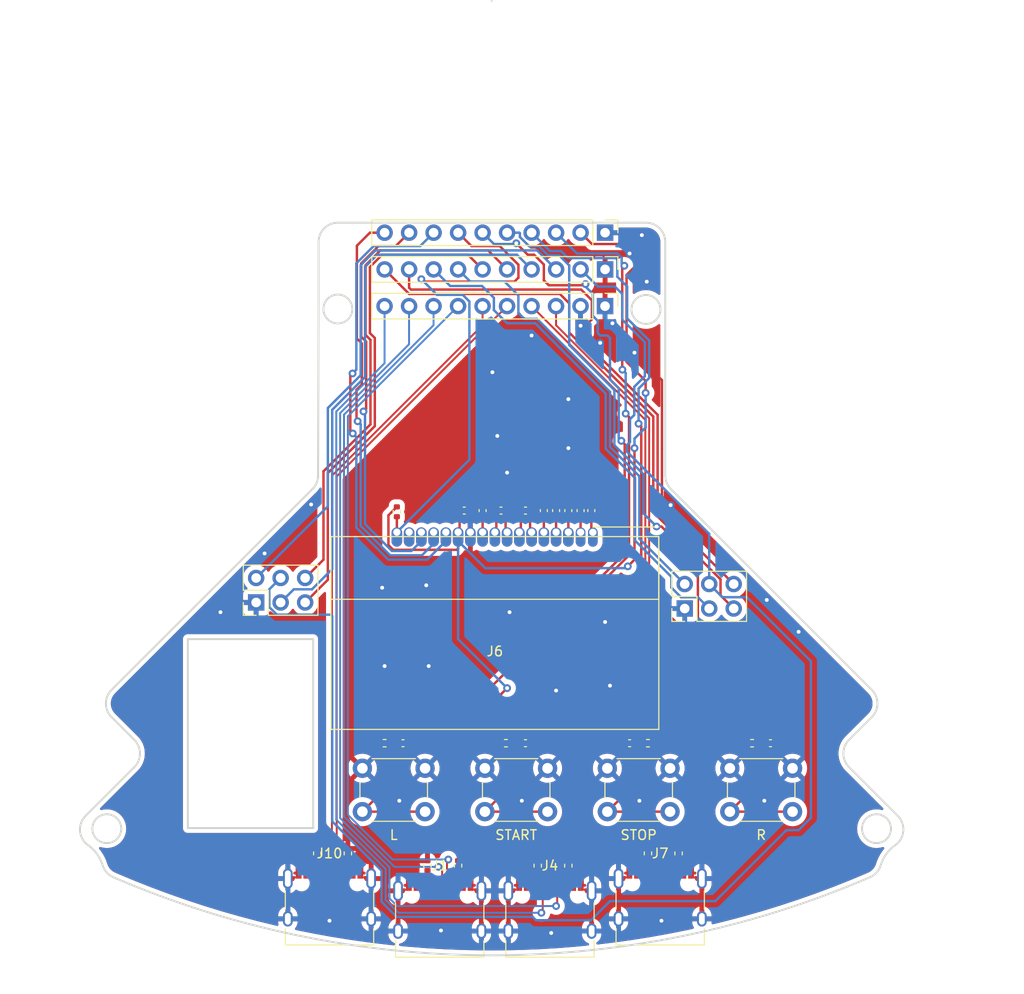
<source format=kicad_pcb>
(kicad_pcb (version 20211014) (generator pcbnew)
  (layers (0 "F.Cu" signal) (31 "B.Cu" signal) (34 "B.Paste" user) (35 "F.Paste" user) (36 "B.SilkS" user "B.Silkscreen") (37 "F.SilkS" user "F.Silkscreen") (38 "B.Mask" user) (39 "F.Mask" user) (44 "Edge.Cuts" user))
  (net 0 "")
  (net 1 "start")
  (net 2 "GND")
  (net 3 "stop")
  (net 4 "Net-(C3-Pad2)")
  (net 5 "+3V3")
  (net 6 "Net-(C5-Pad1)")
  (net 7 "Net-(C5-Pad2)")
  (net 8 "Net-(C6-Pad1)")
  (net 9 "Net-(C6-Pad2)")
  (net 10 "Net-(C7-Pad2)")
  (net 11 "Net-(C8-Pad2)")
  (net 12 "R")
  (net 13 "Net-(C10-Pad2)")
  (net 14 "Net-(C11-Pad2)")
  (net 15 "Net-(C12-Pad2)")
  (net 16 "L")
  (net 18 "Net-(J1-PadA5)")
  (net 19 "Teensy D+")
  (net 20 "Teensy D-")
  (net 22 "Net-(J1-PadB5)")
  (net 24 "Reset 1")
  (net 25 "MISO 1")
  (net 26 "+5V")
  (net 27 "SCK 1")
  (net 28 "MOSI 1")
  (net 29 "Gyro D+")
  (net 30 "Gyro D-")
  (net 31 "Line D+")
  (net 32 "Line D-")
  (net 33 "Cam D+")
  (net 34 "Cam D-")
  (net 36 "Net-(J4-PadA5)")
  (net 38 "Net-(J4-PadB5)")
  (net 40 "CS")
  (net 41 "MOSI")
  (net 42 "RS")
  (net 43 "SCK")
  (net 46 "Net-(J7-PadA5)")
  (net 48 "Net-(J7-PadB5)")
  (net 50 "Reset 2")
  (net 51 "MISO 2")
  (net 52 "MOSI 2")
  (net 53 "SCK 2")
  (net 55 "Net-(J10-PadA5)")
  (net 57 "Net-(J10-PadB5)")
  (footprint "Button_Switch_THT:SW_PUSH_6mm_H5mm" (layer "F.Cu") (at 176.765 132.775)
    (fp_text reference "R")
    (fp_text value "SW_DIP_x01")
  )
  (footprint "Resistor_SMD:R_0402_1005Metric" (layer "F.Cu") (at 160.02 142.875 90)
    (fp_text reference "R7" hide)
    (fp_text value "R")
  )
  (footprint "Connector_PinHeader_2.54mm:PinHeader_1x10_P2.54mm_Vertical" (layer "F.Cu") (at 163.825 84.836 -90)
    (fp_text reference "J3" hide)
    (fp_text value "Conn_01x10_Female")
  )
  (footprint "Resistor_SMD:R_0402_1005Metric" (layer "F.Cu") (at 145.415 142.875 90)
    (fp_text reference "R2" hide)
    (fp_text value "R")
  )
  (footprint "Capacitor_SMD:C_0402_1005Metric" (layer "F.Cu") (at 155.575 106.045)
    (fp_text reference "C6" hide)
    (fp_text value "C_Small")
  )
  (footprint "Resistor_SMD:R_0402_1005Metric" (layer "F.Cu") (at 133.985 141.605 90)
    (fp_text reference "R12" hide)
    (fp_text value "R")
  )
  (footprint "Resistor_SMD:R_0402_1005Metric" (layer "F.Cu") (at 140.97 130.175)
    (fp_text reference "R9" hide)
    (fp_text value "10K")
  )
  (footprint "Connector_USB:USB_C_Receptacle_XKB_U262-16XN-4BVC11" (layer "F.Cu") (at 158.115 148.59)
    (fp_text reference "J4")
    (fp_text value "USB_C_Receptacle_USB2.0")
  )
  (footprint "Connector_PinHeader_2.54mm:PinHeader_2x03_P2.54mm_Vertical" (layer "F.Cu") (at 172.085 116.205 90)
    (fp_text reference "J9" hide)
    (fp_text value "Conn_01x06_Female")
  )
  (footprint "Capacitor_SMD:C_0402_1005Metric" (layer "F.Cu") (at 161.29 106.045 -90)
    (fp_text reference "C11" hide)
    (fp_text value "C_Small")
  )
  (footprint "Button_Switch_THT:SW_PUSH_6mm_H5mm" (layer "F.Cu") (at 151.365 132.775)
    (fp_text reference "START")
    (fp_text value "SW_DIP_x01")
  )
  (footprint "Connector_PinHeader_2.54mm:PinHeader_2x03_P2.54mm_Vertical" (layer "F.Cu") (at 127.65 115.575 90)
    (fp_text reference "J2" hide)
    (fp_text value "Conn_01x06_Female")
  )
  (footprint "Capacitor_SMD:C_0402_1005Metric" (layer "F.Cu") (at 151.13 106.045 -90)
    (fp_text reference "C3" hide)
    (fp_text value "C_Small")
  )
  (footprint "Resistor_SMD:R_0402_1005Metric" (layer "F.Cu") (at 179.07 130.175)
    (fp_text reference "R8" hide)
    (fp_text value "10K")
  )
  (footprint "Connector_USB:USB_C_Receptacle_XKB_U262-16XN-4BVC11" (layer "F.Cu") (at 135.255 147.32)
    (fp_text reference "J10")
    (fp_text value "USB_C_Receptacle_USB2.0")
  )
  (footprint "Resistor_SMD:R_0402_1005Metric" (layer "F.Cu") (at 137.16 141.605 90)
    (fp_text reference "R13" hide)
    (fp_text value "R")
  )
  (footprint "Resistor_SMD:R_0402_1005Metric" (layer "F.Cu") (at 168.275 130.175 180)
    (fp_text reference "R5" hide)
    (fp_text value "10K")
  )
  (footprint "katamura1:LCDmodule_aqm1248a" (layer "F.Cu") (at 152.4 118.745 180)
    (fp_text reference "J6")
    (fp_text value "Conn_01x17_Female")
  )
  (footprint "Capacitor_SMD:C_0402_1005Metric" (layer "F.Cu") (at 180.975 130.175)
    (fp_text reference "C9" hide)
    (fp_text value "C")
  )
  (footprint "Button_Switch_THT:SW_PUSH_6mm_H5mm" (layer "F.Cu") (at 138.665 132.775)
    (fp_text reference "L")
    (fp_text value "SW_DIP_x01")
  )
  (footprint "Capacitor_SMD:C_0402_1005Metric" (layer "F.Cu") (at 162.405 106.045 -90)
    (fp_text reference "C12" hide)
    (fp_text value "C_Small")
  )
  (footprint "Capacitor_SMD:C_0402_1005Metric" (layer "F.Cu") (at 157.48 106.045 -90)
    (fp_text reference "C7" hide)
    (fp_text value "C_Small")
  )
  (footprint "Capacitor_SMD:C_0402_1005Metric" (layer "F.Cu") (at 155.575 130.175)
    (fp_text reference "C1" hide)
    (fp_text value "C")
  )
  (footprint "Resistor_SMD:R_0402_1005Metric" (layer "F.Cu") (at 171.45 141.605 90)
    (fp_text reference "R11" hide)
    (fp_text value "R")
  )
  (footprint "Resistor_SMD:R_0402_1005Metric" (layer "F.Cu") (at 156.845 142.875 90)
    (fp_text reference "R6" hide)
    (fp_text value "R")
  )
  (footprint "Resistor_SMD:R_0402_1005Metric" (layer "F.Cu") (at 153.545 130.175)
    (fp_text reference "R1" hide)
    (fp_text value "10K")
  )
  (footprint "Capacitor_SMD:C_0402_1005Metric" (layer "F.Cu") (at 149.225 106.045 180)
    (fp_text reference "C4" hide)
    (fp_text value "C_Small")
  )
  (footprint "Capacitor_SMD:C_0402_1005Metric" (layer "F.Cu") (at 160.02 106.045 -90)
    (fp_text reference "C10" hide)
    (fp_text value "C_Small")
  )
  (footprint "Capacitor_SMD:C_0402_1005Metric" (layer "F.Cu") (at 158.75 106.045 -90)
    (fp_text reference "C8" hide)
    (fp_text value "C_Small")
  )
  (footprint "Capacitor_SMD:C_0402_1005Metric" (layer "F.Cu") (at 166.37 130.175 180)
    (fp_text reference "C2" hide)
    (fp_text value "C")
  )
  (footprint "Capacitor_SMD:C_0402_1005Metric" (layer "F.Cu") (at 142.875 130.175)
    (fp_text reference "C13" hide)
    (fp_text value "C")
  )
  (footprint "Button_Switch_THT:SW_PUSH_6mm_H5mm" (layer "F.Cu") (at 164.065 132.775)
    (fp_text reference "STOP")
    (fp_text value "SW_DIP_x01")
  )
  (footprint "Capacitor_SMD:C_0402_1005Metric" (layer "F.Cu") (at 153.035 106.045)
    (fp_text reference "C5" hide)
    (fp_text value "C_Small")
  )
  (footprint "Resistor_SMD:R_0402_1005Metric" (layer "F.Cu") (at 168.275 141.605 90)
    (fp_text reference "R10" hide)
    (fp_text value "R")
  )
  (footprint "Resistor_SMD:R_0402_1005Metric" (layer "F.Cu") (at 148.59 142.875 90)
    (fp_text reference "R3" hide)
    (fp_text value "R")
  )
  (footprint "Connector_USB:USB_C_Receptacle_XKB_U262-16XN-4BVC11" (layer "F.Cu") (at 169.545 147.32)
    (fp_text reference "J7")
    (fp_text value "USB_C_Receptacle_USB2.0")
  )
  (footprint "Connector_PinHeader_2.54mm:PinHeader_1x10_P2.54mm_Vertical" (layer "F.Cu") (at 163.83 77.216 -90)
    (fp_text reference "J5" hide)
    (fp_text value "Conn_01x10_Female")
  )
  (footprint "Resistor_SMD:R_0402_1005Metric" (layer "F.Cu") (at 142.24 106.17 90)
    (fp_text reference "R4" hide)
    (fp_text value "10K")
  )
  (footprint "Connector_PinHeader_2.54mm:PinHeader_1x10_P2.54mm_Vertical" (layer "F.Cu") (at 163.83 81.026 -90)
    (fp_text reference "J8" hide)
    (fp_text value "Conn_01x10_Female")
  )
  (footprint "Connector_USB:USB_C_Receptacle_XKB_U262-16XN-4BVC11" (layer "F.Cu") (at 146.685 148.59)
    (fp_text reference "J1")
    (fp_text value "USB_C_Receptacle_USB2.0")
  )
  (gr_line (start 115.016805 132.656602) (end 109.967555 137.705851) (layer "Edge.Cuts") (width 0.2))
  (gr_arc (start 110.223038 140.750201) (mid 111.146635 141.666216) (end 111.727466 142.830154) (layer "Edge.Cuts") (width 0.2))
  (gr_arc (start 192.410934 142.830154) (mid 192.991774 141.666225) (end 193.915362 140.750201) (layer "Edge.Cuts") (width 0.2))
  (gr_line (start 152.15322 76.177918) (end 136.122554 76.177918) (layer "Edge.Cuts") (width 0.2))
  (gr_line (start 133.5692 132.177801) (end 133.5692 138.977801) (layer "Edge.Cuts") (width 0.2))
  (gr_line (start 134.122554 78.177918) (end 134.122554 85.127467) (layer "Edge.Cuts") (width 0.2))
  (gr_arc (start 168.0692 76.177918) (mid 169.483414 76.763704) (end 170.0692 78.177918) (layer "Edge.Cuts") (width 0.2))
  (gr_arc (start 112.846024 144.076329) (mid 112.150044 143.575944) (end 111.727466 142.830154) (layer "Edge.Cuts") (width 0.2))
  (gr_arc (start 112.65856 127.469931) (mid 112.072774 126.055718) (end 112.65856 124.641504) (layer "Edge.Cuts") (width 0.2))
  (gr_line (start 191.481166 124.640178) (end 170.654986 103.813999) (layer "Edge.Cuts") (width 0.2))
  (gr_circle (center 136.122546 85.133068) (end 137.622546 85.133068) (layer "Edge.Cuts") (width 0.2) (fill none))
  (gr_line (start 168.0692 76.177918) (end 152.15322 76.177918) (layer "Edge.Cuts") (width 0.2))
  (gr_arc (start 191.481166 124.640178) (mid 192.066951 126.054391) (end 191.481166 127.468605) (layer "Edge.Cuts") (width 0.2))
  (gr_line (start 133.488392 103.811672) (end 112.65856 124.641504) (layer "Edge.Cuts") (width 0.2))
  (gr_circle (center 112.168297 139.040644) (end 113.668297 139.040644) (layer "Edge.Cuts") (width 0.2) (fill none))
  (gr_circle (center 152.0692 53.1778) (end 152.1692 53.1778) (layer "Edge.Cuts") (width 0.0001) (fill solid))
  (gr_arc (start 110.223038 140.750201) (mid 109.388775 139.287318) (end 109.967555 137.705851) (layer "Edge.Cuts") (width 0.2))
  (gr_arc (start 189.121595 132.656602) (mid 188.535814 131.242392) (end 189.121595 129.828175) (layer "Edge.Cuts") (width 0.2))
  (gr_line (start 112.65856 127.469931) (end 115.016805 129.828175) (layer "Edge.Cuts") (width 0.2))
  (gr_line (start 170.0692 102.399785) (end 170.0692 85.177878) (layer "Edge.Cuts") (width 0.2))
  (gr_line (start 120.5692 119.377801) (end 133.5692 119.377801) (layer "Edge.Cuts") (width 0.2))
  (gr_line (start 133.5692 119.377801) (end 133.5692 132.177801) (layer "Edge.Cuts") (width 0.2))
  (gr_line (start 120.5692 138.977801) (end 120.5692 119.377801) (layer "Edge.Cuts") (width 0.2))
  (gr_arc (start 134.122554 78.177918) (mid 134.70834 76.763704) (end 136.122554 76.177918) (layer "Edge.Cuts") (width 0.2))
  (gr_arc (start 115.016805 129.828175) (mid 115.602591 131.242389) (end 115.016805 132.656602) (layer "Edge.Cuts") (width 0.2))
  (gr_line (start 134.122554 85.127467) (end 134.07417 102.40306) (layer "Edge.Cuts") (width 0.2))
  (gr_arc (start 191.292376 144.076329) (mid 152.0692 152.1778) (end 112.846024 144.076329) (layer "Edge.Cuts") (width 0.2))
  (gr_circle (center 191.970103 139.040644) (end 193.470103 139.040644) (layer "Edge.Cuts") (width 0.2) (fill none))
  (gr_arc (start 194.170845 137.705851) (mid 194.749622 139.287316) (end 193.915362 140.750201) (layer "Edge.Cuts") (width 0.2))
  (gr_circle (center 168.0692 85.177878) (end 169.5692 85.177878) (layer "Edge.Cuts") (width 0.2) (fill none))
  (gr_line (start 189.121595 129.828175) (end 191.481166 127.468605) (layer "Edge.Cuts") (width 0.2))
  (gr_line (start 194.170845 137.705851) (end 189.121595 132.656602) (layer "Edge.Cuts") (width 0.2))
  (gr_arc (start 134.07417 102.40306) (mid 133.920864 103.165412) (end 133.488392 103.811672) (layer "Edge.Cuts") (width 0.2))
  (gr_arc (start 170.654986 103.813999) (mid 170.221445 103.165151) (end 170.0692 102.399785) (layer "Edge.Cuts") (width 0.2))
  (gr_line (start 133.5692 138.977801) (end 120.5692 138.977801) (layer "Edge.Cuts") (width 0.2))
  (gr_line (start 170.0692 85.177878) (end 170.0692 78.177918) (layer "Edge.Cuts") (width 0.2))
  (gr_arc (start 192.410934 142.830154) (mid 191.988357 143.575943) (end 191.292376 144.076329) (layer "Edge.Cuts") (width 0.2))
  (segment (start 166.31152 96.330566) (end 166.31152 110.676198) (width 0.25) (layer "F.Cu") (net 1))
  (segment (start 154.055 130.175) (end 154.055 134.585) (width 0.25) (layer "F.Cu") (net 1))
  (segment (start 154.055 134.585) (end 151.365 137.275) (width 0.25) (layer "F.Cu") (net 1))
  (segment (start 155.095 121.892718) (end 155.095 130.175) (width 0.25) (layer "F.Cu") (net 1))
  (segment (start 166.31152 110.676198) (end 155.095 121.892718) (width 0.25) (layer "F.Cu") (net 1))
  (segment (start 165.966201 95.985247) (end 166.31152 96.330566) (width 0.25) (layer "F.Cu") (net 1))
  (segment (start 154.055 130.175) (end 155.095 130.175) (width 0.25) (layer "F.Cu") (net 1))
  (segment (start 151.365 137.275) (end 157.865 137.275) (width 0.25) (layer "F.Cu") (net 1))
  (segment (start 165.608 80.8615) (end 165.608 91.413316) (width 0.25) (layer "F.Cu") (net 1))
  (segment (start 165.608 91.413316) (end 165.621342 91.426658) (width 0.25) (layer "F.Cu") (net 1))
  (segment (start 165.8245 80.645) (end 165.608 80.8615) (width 0.25) (layer "F.Cu") (net 1))
  (via (at 165.621342 91.426658) (size 0.8) (drill 0.4) (layers "F.Cu" "B.Cu") (net 1))
  (via (at 165.966201 95.985247) (size 0.8) (drill 0.4) (layers "F.Cu" "B.Cu") (net 1))
  (via (at 165.8245 80.645) (size 0.8) (drill 0.4) (layers "F.Cu" "B.Cu") (net 1))
  (segment (start 165.8245 80.645) (end 165.54952 80.37002) (width 0.25) (layer "B.Cu") (net 1))
  (segment (start 165.54952 79.823802) (end 165.100718 79.375) (width 0.25) (layer "B.Cu") (net 1))
  (segment (start 165.100718 79.375) (end 160.909 79.375) (width 0.25) (layer "B.Cu") (net 1))
  (segment (start 160.909 79.375) (end 158.75 77.216) (width 0.25) (layer "B.Cu") (net 1))
  (segment (start 165.54952 80.37002) (end 165.54952 79.823802) (width 0.25) (layer "B.Cu") (net 1))
  (segment (start 165.621342 91.426658) (end 165.966201 91.771517) (width 0.25) (layer "B.Cu") (net 1))
  (segment (start 165.966201 91.771517) (end 165.966201 95.985247) (width 0.25) (layer "B.Cu") (net 1))
  (segment (start 166.878 89.662) (end 169.725559 92.509559) (width 0.25) (layer "F.Cu") (net 2))
  (segment (start 149.705 108.13) (end 149.86 108.285) (width 0.25) (layer "F.Cu") (net 2))
  (segment (start 149.705 106.045) (end 149.705 108.13) (width 0.25) (layer "F.Cu") (net 2))
  (segment (start 169.725559 92.509559) (end 169.725559 99.568) (width 0.25) (layer "F.Cu") (net 2))
  (segment (start 169.725559 104.581003) (end 170.621278 105.476722) (width 0.25) (layer "F.Cu") (net 2))
  (segment (start 169.725559 99.568) (end 169.725559 104.581003) (width 0.25) (layer "F.Cu") (net 2))
  (via (at 164.592 86.614) (size 0.8) (drill 0.4) (layers "F.Cu" "B.Cu") (net 2))
  (via (at 167.386 136.144) (size 0.8) (drill 0.4) (layers "F.Cu" "B.Cu") (net 2))
  (via (at 133.35 105.41) (size 0.8) (drill 0.4) (layers "F.Cu" "B.Cu") (net 2))
  (via (at 163.322 88.646) (size 0.8) (drill 0.4) (layers "F.Cu" "B.Cu") (net 2))
  (via (at 164.338 124.206) (size 0.8) (drill 0.4) (layers "F.Cu" "B.Cu") (net 2))
  (via (at 153.924 116.586) (size 0.8) (drill 0.4) (layers "F.Cu" "B.Cu") (net 2))
  (via (at 166.37 79.375) (size 0.8) (drill 0.4) (layers "F.Cu" "B.Cu") (net 2))
  (via (at 145.542 122.174) (size 0.8) (drill 0.4) (layers "F.Cu" "B.Cu") (net 2))
  (via (at 123.952 116.586) (size 0.8) (drill 0.4) (layers "F.Cu" "B.Cu") (net 2))
  (via (at 163.83 117.602) (size 0.8) (drill 0.4) (layers "F.Cu" "B.Cu") (net 2))
  (via (at 152.654 98.298) (size 0.8) (drill 0.4) (layers "F.Cu" "B.Cu") (net 2))
  (via (at 158.242 149.86) (size 0.8) (drill 0.4) (layers "F.Cu" "B.Cu") (net 2))
  (via (at 166.878 89.662) (size 0.8) (drill 0.4) (layers "F.Cu" "B.Cu") (net 2))
  (via (at 160.02 99.568) (size 0.8) (drill 0.4) (layers "F.Cu" "B.Cu") (net 2))
  (via (at 142.494 136.144) (size 0.8) (drill 0.4) (layers "F.Cu" "B.Cu") (net 2))
  (via (at 128.524 110.49) (size 0.8) (drill 0.4) (layers "F.Cu" "B.Cu") (net 2))
  (via (at 140.716 114.046) (size 0.8) (drill 0.4) (layers "F.Cu" "B.Cu") (net 2))
  (via (at 180.594 115.316) (size 0.8) (drill 0.4) (layers "F.Cu" "B.Cu") (net 2))
  (via (at 153.67 102.108) (size 0.8) (drill 0.4) (layers "F.Cu" "B.Cu") (net 2))
  (via (at 161.29 86.868) (size 0.8) (drill 0.4) (layers "F.Cu" "B.Cu") (net 2))
  (via (at 167.64 77.47) (size 0.8) (drill 0.4) (layers "F.Cu" "B.Cu") (net 2))
  (via (at 168.148 82.296) (size 0.8) (drill 0.4) (layers "F.Cu" "B.Cu") (net 2))
  (via (at 135.255 148.59) (size 0.8) (drill 0.4) (layers "F.Cu" "B.Cu") (net 2))
  (via (at 145.288 113.792) (size 0.8) (drill 0.4) (layers "F.Cu" "B.Cu") (net 2))
  (via (at 183.896 118.618) (size 0.8) (drill 0.4) (layers "F.Cu" "B.Cu") (net 2))
  (via (at 156.21 87.884) (size 0.8) (drill 0.4) (layers "F.Cu" "B.Cu") (net 2))
  (via (at 152.146 91.694) (size 0.8) (drill 0.4) (layers "F.Cu" "B.Cu") (net 2))
  (via (at 160.02 94.488) (size 0.8) (drill 0.4) (layers "F.Cu" "B.Cu") (net 2))
  (via (at 140.97 122.174) (size 0.8) (drill 0.4) (layers "F.Cu" "B.Cu") (net 2))
  (via (at 180.34 136.144) (size 0.8) (drill 0.4) (layers "F.Cu" "B.Cu") (net 2))
  (via (at 158.75 124.714) (size 0.8) (drill 0.4) (layers "F.Cu" "B.Cu") (net 2))
  (via (at 146.812 149.606) (size 0.8) (drill 0.4) (layers "F.Cu" "B.Cu") (net 2))
  (via (at 169.672 148.59) (size 0.8) (drill 0.4) (layers "F.Cu" "B.Cu") (net 2))
  (via (at 155.194 136.144) (size 0.8) (drill 0.4) (layers "F.Cu" "B.Cu") (net 2))
  (via (at 170.621278 105.476722) (size 0.8) (drill 0.4) (layers "F.Cu" "B.Cu") (net 2))
  (segment (start 167.577961 129.447039) (end 166.85 130.175) (width 0.25) (layer "F.Cu") (net 3))
  (segment (start 167.302981 97.028) (end 167.577961 97.30298) (width 0.25) (layer "F.Cu") (net 3))
  (segment (start 164.065 137.275) (end 170.565 137.275) (width 0.25) (layer "F.Cu") (net 3))
  (segment (start 167.577961 97.30298) (end 167.577961 129.447039) (width 0.25) (layer "F.Cu") (net 3))
  (segment (start 166.85 130.175) (end 166.85 134.49) (width 0.25) (layer "F.Cu") (net 3))
  (segment (start 166.85 134.49) (end 164.065 137.275) (width 0.25) (layer "F.Cu") (net 3))
  (segment (start 166.85 130.175) (end 167.765 130.175) (width 0.25) (layer "F.Cu") (net 3))
  (via (at 167.302981 97.028) (size 0.8) (drill 0.4) (layers "F.Cu" "B.Cu") (net 3))
  (segment (start 159.009379 79.115621) (end 159.253339 79.115621) (width 0.25) (layer "B.Cu") (net 3))
  (segment (start 159.253339 79.115621) (end 159.766358 79.628641) (width 0.25) (layer "B.Cu") (net 3))
  (segment (start 166.116 86.106) (end 168.402 88.392) (width 0.25) (layer "B.Cu") (net 3))
  (segment (start 158.111057 79.115621) (end 158.490621 79.115621) (width 0.25) (layer "B.Cu") (net 3))
  (segment (start 168.402 92.289962) (end 167.302981 93.388981) (width 0.25) (layer "B.Cu") (net 3))
  (segment (start 165.1 81.788) (end 166.116 82.804) (width 0.25) (layer "B.Cu") (net 3))
  (segment (start 167.302981 93.388981) (end 167.302981 97.028) (width 0.25) (layer "B.Cu") (net 3))
  (segment (start 159.989207 79.851489) (end 164.941489 79.851489) (width 0.25) (layer "B.Cu") (net 3))
  (segment (start 156.211436 77.216) (end 158.111057 79.115621) (width 0.25) (layer "B.Cu") (net 3))
  (segment (start 166.116 82.804) (end 166.116 86.106) (width 0.25) (layer "B.Cu") (net 3))
  (segment (start 164.941489 79.851489) (end 165.1 80.01) (width 0.25) (layer "B.Cu") (net 3))
  (segment (start 158.490621 79.115621) (end 159.009379 79.115621) (width 0.25) (layer "B.Cu") (net 3))
  (segment (start 159.253339 79.115621) (end 159.989207 79.851489) (width 0.25) (layer "B.Cu") (net 3))
  (segment (start 168.402 88.392) (end 168.402 92.289962) (width 0.25) (layer "B.Cu") (net 3))
  (segment (start 165.1 80.01) (end 165.1 81.788) (width 0.25) (layer "B.Cu") (net 3))
  (segment (start 156.21 77.216) (end 156.211436 77.216) (width 0.25) (layer "B.Cu") (net 3))
  (segment (start 151.13 106.525) (end 151.13 108.285) (width 0.25) (layer "F.Cu") (net 4))
  (segment (start 166.37 78.105) (end 167.64 79.375) (width 0.25) (layer "F.Cu") (net 5))
  (segment (start 167.64 80.01) (end 166.05752 81.59248) (width 0.25) (layer "F.Cu") (net 5))
  (segment (start 141.36548 106.53452) (end 141.36548 109.61548) (width 0.25) (layer "F.Cu") (net 5))
  (segment (start 166.878 111.134316) (end 166.184158 111.828158) (width 0.25) (layer "F.Cu") (net 5))
  (segment (start 167.64 79.375) (end 167.64 80.01) (width 0.25) (layer "F.Cu") (net 5))
  (segment (start 166.05752 81.59248) (end 166.05752 90.61952) (width 0.25) (layer "F.Cu") (net 5))
  (segment (start 161.29 77.216) (end 162.464511 78.390511) (width 0.25) (layer "F.Cu") (net 5))
  (segment (start 142.24 105.66) (end 141.36548 106.53452) (width 0.25) (layer "F.Cu") (net 5))
  (segment (start 148.745 108.13) (end 148.59 108.285) (width 0.25) (layer "F.Cu") (net 5))
  (segment (start 141.85952 110.10952) (end 148.46248 110.10952) (width 0.25) (layer "F.Cu") (net 5))
  (segment (start 165.735 78.105) (end 166.37 78.105) (width 0.25) (layer "F.Cu") (net 5))
  (segment (start 148.745 106.045) (end 148.745 108.13) (width 0.25) (layer "F.Cu") (net 5))
  (segment (start 148.46248 110.10952) (end 148.59 109.982) (width 0.25) (layer "F.Cu") (net 5))
  (segment (start 165.449489 78.390511) (end 165.735 78.105) (width 0.25) (layer "F.Cu") (net 5))
  (segment (start 153.035 125.095) (end 153.67 124.46) (width 0.25) (layer "F.Cu") (net 5))
  (segment (start 166.05752 90.61952) (end 168.034342 92.596342) (width 0.25) (layer "F.Cu") (net 5))
  (segment (start 153.035 130.175) (end 153.035 125.095) (width 0.25) (layer "F.Cu") (net 5))
  (segment (start 141.36548 109.61548) (end 141.85952 110.10952) (width 0.25) (layer "F.Cu") (net 5))
  (segment (start 162.464511 78.390511) (end 165.449489 78.390511) (width 0.25) (layer "F.Cu") (net 5))
  (segment (start 148.59 109.982) (end 148.59 108.285) (width 0.25) (layer "F.Cu") (net 5))
  (segment (start 166.878 99.568) (end 166.878 111.134316) (width 0.25) (layer "F.Cu") (net 5))
  (segment (start 168.034342 92.596342) (end 168.034342 93.839658) (width 0.25) (layer "F.Cu") (net 5))
  (via (at 166.878 99.568) (size 0.8) (drill 0.4) (layers "F.Cu" "B.Cu") (net 5))
  (via (at 166.184158 111.828158) (size 0.8) (drill 0.4) (layers "F.Cu" "B.Cu") (net 5))
  (via (at 153.67 124.46) (size 0.8) (drill 0.4) (layers "F.Cu" "B.Cu") (net 5))
  (via (at 168.034342 93.839658) (size 0.8) (drill 0.4) (layers "F.Cu" "B.Cu") (net 5))
  (segment (start 166.878 98.578684) (end 168.034342 97.422342) (width 0.25) (layer "B.Cu") (net 5))
  (segment (start 168.034342 93.839658) (end 168.034342 97.422342) (width 0.25) (layer "B.Cu") (net 5))
  (segment (start 166.184158 111.828158) (end 165.998316 112.014) (width 0.25) (layer "B.Cu") (net 5))
  (segment (start 148.59 119.38) (end 148.59 108.285) (width 0.25) (layer "B.Cu") (net 5))
  (segment (start 148.59 109.201758) (end 148.59 108.285) (width 0.25) (layer "B.Cu") (net 5))
  (segment (start 151.402242 112.014) (end 148.59 109.201758) (width 0.25) (layer "B.Cu") (net 5))
  (segment (start 166.878 99.568) (end 166.878 98.578684) (width 0.25) (layer "B.Cu") (net 5))
  (segment (start 153.67 124.46) (end 148.59 119.38) (width 0.25) (layer "B.Cu") (net 5))
  (segment (start 165.998316 112.014) (end 151.402242 112.014) (width 0.25) (layer "B.Cu") (net 5))
  (segment (start 152.555 106.045) (end 152.555 108.13) (width 0.25) (layer "F.Cu") (net 6))
  (segment (start 152.555 108.13) (end 152.4 108.285) (width 0.25) (layer "F.Cu") (net 6))
  (segment (start 153.515 108.13) (end 153.67 108.285) (width 0.25) (layer "F.Cu") (net 7))
  (segment (start 153.515 106.045) (end 153.515 108.13) (width 0.25) (layer "F.Cu") (net 7))
  (segment (start 155.095 108.13) (end 154.94 108.285) (width 0.25) (layer "F.Cu") (net 8))
  (segment (start 155.095 106.045) (end 155.095 108.13) (width 0.25) (layer "F.Cu") (net 8))
  (segment (start 156.055 106.045) (end 156.055 108.13) (width 0.25) (layer "F.Cu") (net 9))
  (segment (start 156.055 108.13) (end 156.21 108.285) (width 0.25) (layer "F.Cu") (net 9))
  (segment (start 157.48 106.525) (end 157.48 108.285) (width 0.25) (layer "F.Cu") (net 10))
  (segment (start 158.75 106.525) (end 158.75 108.285) (width 0.25) (layer "F.Cu") (net 11))
  (segment (start 179.58 130.175) (end 173.450489 124.045489) (width 0.25) (layer "F.Cu") (net 12))
  (segment (start 170.688 108.712) (end 169.672 107.696) (width 0.25) (layer "F.Cu") (net 12))
  (segment (start 173.450489 111.474489) (end 170.688 108.712) (width 0.25) (layer "F.Cu") (net 12))
  (segment (start 179.58 130.175) (end 180.495 130.175) (width 0.25) (layer "F.Cu") (net 12))
  (segment (start 179.58 130.175) (end 179.58 134.46) (width 0.25) (layer "F.Cu") (net 12))
  (segment (start 176.765 137.275) (end 183.265 137.275) (width 0.25) (layer "F.Cu") (net 12))
  (segment (start 169.672 107.696) (end 169.164 107.696) (width 0.25) (layer "F.Cu") (net 12))
  (segment (start 179.58 134.46) (end 176.765 137.275) (width 0.25) (layer "F.Cu") (net 12))
  (segment (start 173.450489 124.045489) (end 173.450489 111.474489) (width 0.25) (layer "F.Cu") (net 12))
  (via (at 169.164 107.696) (size 0.8) (drill 0.4) (layers "F.Cu" "B.Cu") (net 12))
  (segment (start 155.93595 78.60296) (end 156.962678 78.60296) (width 0.25) (layer "B.Cu") (net 12))
  (segment (start 160.110489 88.862772) (end 164.792181 93.544465) (width 0.25) (layer "B.Cu") (net 12))
  (segment (start 156.962678 78.60296) (end 157.924859 79.565141) (width 0.25) (layer "B.Cu") (net 12))
  (segment (start 157.924859 79.565141) (end 159.067141 79.565141) (width 0.25) (layer "B.Cu") (net 12))
  (segment (start 164.792181 99.258745) (end 167.83552 102.302084) (width 0.25) (layer "B.Cu") (net 12))
  (segment (start 154.998495 77.274495) (end 154.998495 77.665505) (width 0.25) (layer "B.Cu") (net 12))
  (segment (start 160.110489 80.608489) (end 160.110489 88.862772) (width 0.25) (layer "B.Cu") (net 12))
  (segment (start 167.83552 102.302084) (end 167.83552 106.36752) (width 0.25) (layer "B.Cu") (net 12))
  (segment (start 164.792181 93.544465) (end 164.792181 99.258745) (width 0.25) (layer "B.Cu") (net 12))
  (segment (start 154.998495 77.665505) (end 155.93595 78.60296) (width 0.25) (layer "B.Cu") (net 12))
  (segment (start 167.83552 106.36752) (end 169.164 107.696) (width 0.25) (layer "B.Cu") (net 12))
  (segment (start 153.67 77.216) (end 154.94 77.216) (width 0.25) (layer "B.Cu") (net 12))
  (segment (start 159.067141 79.565141) (end 160.110489 80.608489) (width 0.25) (layer "B.Cu") (net 12))
  (segment (start 154.94 77.216) (end 154.998495 77.274495) (width 0.25) (layer "B.Cu") (net 12))
  (segment (start 160.02 106.525) (end 160.02 108.285) (width 0.25) (layer "F.Cu") (net 13))
  (segment (start 161.29 106.525) (end 161.29 108.295) (width 0.25) (layer "F.Cu") (net 14))
  (segment (start 162.405 106.525) (end 162.405 108.14) (width 0.25) (layer "F.Cu") (net 15))
  (segment (start 162.405 108.14) (end 162.56 108.295) (width 0.25) (layer "F.Cu") (net 15))
  (segment (start 165.862 99.151319) (end 165.862 110.49) (width 0.25) (layer "F.Cu") (net 16))
  (segment (start 138.665 137.275) (end 145.165 137.275) (width 0.25) (layer "F.Cu") (net 16))
  (segment (start 157.988 82.66696) (end 157.48 82.15896) (width 0.25) (layer "F.Cu") (net 16))
  (segment (start 157.48 80.518) (end 156.464 79.502) (width 0.25) (layer "F.Cu") (net 16))
  (segment (start 157.48 82.15896) (end 157.48 80.518) (width 0.25) (layer "F.Cu") (net 16))
  (segment (start 165.862 110.49) (end 147.066 129.286) (width 0.25) (layer "F.Cu") (net 16))
  (segment (start 141.48 130.175) (end 141.48 134.46) (width 0.25) (layer "F.Cu") (net 16))
  (segment (start 141.48 134.46) (end 138.665 137.275) (width 0.25) (layer "F.Cu") (net 16))
  (segment (start 142.395 129.639) (end 142.395 130.175) (width 0.25) (layer "F.Cu") (net 16))
  (segment (start 161.79883 82.548954) (end 161.680824 82.66696) (width 0.25) (layer "F.Cu") (net 16))
  (segment (start 165.516681 98.806) (end 165.862 99.151319) (width 0.25) (layer "F.Cu") (net 16))
  (segment (start 161.680824 82.66696) (end 157.988 82.66696) (width 0.25) (layer "F.Cu") (net 16))
  (segment (start 155.810392 79.502) (end 154.622149 78.313757) (width 0.25) (layer "F.Cu") (net 16))
  (segment (start 141.48 130.175) (end 142.395 130.175) (width 0.25) (layer "F.Cu") (net 16))
  (segment (start 142.748 129.286) (end 142.395 129.639) (width 0.25) (layer "F.Cu") (net 16))
  (segment (start 147.066 129.286) (end 142.748 129.286) (width 0.25) (layer "F.Cu") (net 16))
  (segment (start 156.464 79.502) (end 155.810392 79.502) (width 0.25) (layer "F.Cu") (net 16))
  (via (at 161.79883 82.548954) (size 0.8) (drill 0.4) (layers "F.Cu" "B.Cu") (net 16))
  (via (at 165.516681 98.806) (size 0.8) (drill 0.4) (layers "F.Cu" "B.Cu") (net 16))
  (via (at 154.622149 78.313757) (size 0.8) (drill 0.4) (layers "F.Cu" "B.Cu") (net 16))
  (segment (start 154.545395 78.390511) (end 154.622149 78.313757) (width 0.25) (layer "B.Cu") (net 16))
  (segment (start 152.304511 78.390511) (end 154.545395 78.390511) (width 0.25) (layer "B.Cu") (net 16))
  (segment (start 164.084 87.884) (end 164.338 88.138) (width 0.25) (layer "B.Cu") (net 16))
  (segment (start 165.241701 93.358268) (end 165.241701 98.53102) (width 0.25) (layer "B.Cu") (net 16))
  (segment (start 162.56 85.852) (end 163.068 86.36) (width 0.25) (layer "B.Cu") (net 16))
  (segment (start 163.068 87.63) (end 163.322 87.884) (width 0.25) (layer "B.Cu") (net 16))
  (segment (start 164.338 88.138) (end 164.338 92.454566) (width 0.25) (layer "B.Cu") (net 16))
  (segment (start 165.241701 98.53102) (end 165.516681 98.806) (width 0.25) (layer "B.Cu") (net 16))
  (segment (start 151.13 77.216) (end 152.304511 78.390511) (width 0.25) (layer "B.Cu") (net 16))
  (segment (start 161.79883 82.548954) (end 161.79883 82.80483) (width 0.25) (layer "B.Cu") (net 16))
  (segment (start 162.56 83.566) (end 162.56 85.852) (width 0.25) (layer "B.Cu") (net 16))
  (segment (start 164.338 92.454566) (end 165.241701 93.358268) (width 0.25) (layer "B.Cu") (net 16))
  (segment (start 163.068 86.36) (end 163.068 87.63) (width 0.25) (layer "B.Cu") (net 16))
  (segment (start 163.322 87.884) (end 164.084 87.884) (width 0.25) (layer "B.Cu") (net 16))
  (segment (start 161.79883 82.80483) (end 162.56 83.566) (width 0.25) (layer "B.Cu") (net 16))
  (segment (start 145.415 144.9) (end 145.435 144.92) (width 0.25) (layer "F.Cu") (net 18))
  (segment (start 145.415 143.385) (end 145.415 144.9) (width 0.25) (layer "F.Cu") (net 18))
  (segment (start 146.429511 145.794511) (end 146.429511 144.925489) (width 0.2) (layer "F.Cu") (net 19))
  (segment (start 147.435 145.744022) (end 147.384511 145.794511) (width 0.2) (layer "F.Cu") (net 19))
  (segment (start 147.435 144.92) (end 147.435 145.744022) (width 0.2) (layer "F.Cu") (net 19))
  (segment (start 146.429511 144.925489) (end 146.435 144.92) (width 0.2) (layer "F.Cu") (net 19))
  (segment (start 147.384511 145.794511) (end 146.429511 145.794511) (width 0.2) (layer "F.Cu") (net 19))
  (segment (start 147.435 142.379) (end 147.435 144.92) (width 0.2) (layer "F.Cu") (net 19))
  (segment (start 147.574 142.24) (end 147.435 142.379) (width 0.2) (layer "F.Cu") (net 19))
  (via (at 147.574 142.24) (size 0.8) (drill 0.4) (layers "F.Cu" "B.Cu") (net 19))
  (segment (start 137.16 96.261) (end 148.585 84.836) (width 0.2) (layer "B.Cu") (net 19))
  (segment (start 137.16 137.607787) (end 137.16 96.261) (width 0.2) (layer "B.Cu") (net 19))
  (segment (start 141.792212 142.24) (end 137.16 137.607787) (width 0.2) (layer "B.Cu") (net 19))
  (segment (start 147.574 142.24) (end 141.792212 142.24) (width 0.2) (layer "B.Cu") (net 19))
  (segment (start 146.884511 144.045489) (end 146.935 144.095978) (width 0.2) (layer "F.Cu") (net 20))
  (segment (start 145.935 144.92) (end 145.935 144.095978) (width 0.2) (layer "F.Cu") (net 20))
  (segment (start 146.935 144.92) (end 146.935 143.379) (width 0.2) (layer "F.Cu") (net 20))
  (segment (start 145.985489 144.045489) (end 146.884511 144.045489) (width 0.2) (layer "F.Cu") (net 20))
  (segment (start 146.935 144.095978) (end 146.935 144.92) (width 0.2) (layer "F.Cu") (net 20))
  (segment (start 145.935 144.095978) (end 145.985489 144.045489) (width 0.2) (layer "F.Cu") (net 20))
  (segment (start 146.935 143.379) (end 146.558 143.002) (width 0.2) (layer "F.Cu") (net 20))
  (via (at 146.558 143.002) (size 0.8) (drill 0.4) (layers "F.Cu" "B.Cu") (net 20))
  (segment (start 146.558 143.002) (end 141.989206 143.002) (width 0.2) (layer "B.Cu") (net 20))
  (segment (start 136.76048 137.773273) (end 136.760481 96.095513) (width 0.2) (layer "B.Cu") (net 20))
  (segment (start 136.760481 96.095513) (end 146.045 86.810994) (width 0.2) (layer "B.Cu") (net 20))
  (segment (start 146.045 86.810994) (end 146.045 84.836) (width 0.2) (layer "B.Cu") (net 20))
  (segment (start 141.989206 143.002) (end 136.76048 137.773273) (width 0.2) (layer "B.Cu") (net 20))
  (segment (start 148.435 143.54) (end 148.435 144.92) (width 0.25) (layer "F.Cu") (net 22))
  (segment (start 148.59 143.385) (end 148.435 143.54) (width 0.25) (layer "F.Cu") (net 22))
  (segment (start 140.021803 79.05248) (end 156.77648 79.05248) (width 0.25) (layer "B.Cu") (net 24))
  (segment (start 135.818951 94.670951) (end 138.48848 92.001422) (width 0.25) (layer "B.Cu") (net 24))
  (segment (start 156.77648 79.05248) (end 158.75 81.026) (width 0.25) (layer "B.Cu") (net 24))
  (segment (start 127.65 113.035) (end 135.087402 105.597598) (width 0.25) (layer "B.Cu") (net 24))
  (segment (start 138.48848 92.001422) (end 138.48848 80.585802) (width 0.25) (layer "B.Cu") (net 24))
  (segment (start 135.087402 105.597598) (end 135.087402 95.402501) (width 0.25) (layer "B.Cu") (net 24))
  (segment (start 135.087402 95.402501) (end 135.818951 94.670951) (width 0.25) (layer "B.Cu") (net 24))
  (segment (start 138.48848 80.585802) (end 140.021803 79.05248) (width 0.25) (layer "B.Cu") (net 24))
  (segment (start 140.208 79.502) (end 138.938 80.772) (width 0.25) (layer "B.Cu") (net 25))
  (segment (start 154.686 79.502) (end 140.208 79.502) (width 0.25) (layer "B.Cu") (net 25))
  (segment (start 156.21 81.026) (end 154.686 79.502) (width 0.25) (layer "B.Cu") (net 25))
  (segment (start 135.536922 112.113078) (end 133.440489 114.209511) (width 0.25) (layer "B.Cu") (net 25))
  (segment (start 131.555489 114.209511) (end 130.19 115.575) (width 0.25) (layer "B.Cu") (net 25))
  (segment (start 138.938 80.772) (end 138.938 92.18762) (width 0.25) (layer "B.Cu") (net 25))
  (segment (start 135.536922 95.588699) (end 135.536922 112.113078) (width 0.25) (layer "B.Cu") (net 25))
  (segment (start 133.440489 114.209511) (end 131.555489 114.209511) (width 0.25) (layer "B.Cu") (net 25))
  (segment (start 138.938 92.18762) (end 135.536922 95.588699) (width 0.25) (layer "B.Cu") (net 25))
  (segment (start 175.990489 115.030489) (end 178.530489 115.030489) (width 0.25) (layer "B.Cu") (net 26))
  (segment (start 167.95248 92.103764) (end 166.853461 93.202783) (width 0.25) (layer "B.Cu") (net 26))
  (segment (start 167.95248 88.578198) (end 167.95248 92.103764) (width 0.25) (layer "B.Cu") (net 26))
  (segment (start 165.608 86.233718) (end 165.929803 86.55552) (width 0.25) (layer "B.Cu") (net 26))
  (segment (start 174.625 113.665) (end 175.990489 115.030489) (width 0.25) (layer "B.Cu") (net 26))
  (segment (start 166.413031 98.934264) (end 166.116 99.231295) (width 0.25) (layer "B.Cu") (net 26))
  (segment (start 164.846 82.804) (end 165.608 83.566) (width 0.25) (layer "B.Cu") (net 26))
  (segment (start 166.853461 93.202783) (end 166.853461 96.122601) (width 0.25) (layer "B.Cu") (net 26))
  (segment (start 140.653961 143.397129) (end 135.536922 138.28009) (width 0.25) (layer "B.Cu") (net 26))
  (segment (start 156.66848 148.54048) (end 156.318019 148.190019) (width 0.25) (layer "B.Cu") (net 26))
  (segment (start 166.116 99.946846) (end 174.625 108.455846) (width 0.25) (layer "B.Cu") (net 26))
  (segment (start 163.07849 82.804) (end 164.846 82.804) (width 0.25) (layer "B.Cu") (net 26))
  (segment (start 178.530489 115.030489) (end 185.166 121.666) (width 0.25) (layer "B.Cu") (net 26))
  (segment (start 185.166 137.922) (end 183.896 139.192) (width 0.25) (layer "B.Cu") (net 26))
  (segment (start 129.79399 116.84) (end 129.015489 116.061499) (width 0.25) (layer "B.Cu") (net 26))
  (segment (start 164.338 146.558) (end 162.35552 148.54048) (width 0.25) (layer "B.Cu") (net 26))
  (segment (start 183.896 139.192) (end 182.626 139.192) (width 0.25) (layer "B.Cu") (net 26))
  (segment (start 161.29 81.026) (end 161.30049 81.026) (width 0.25) (layer "B.Cu") (net 26))
  (segment (start 175.26 146.558) (end 164.338 146.558) (width 0.25) (layer "B.Cu") (net 26))
  (segment (start 165.608 83.566) (end 165.608 86.233718) (width 0.25) (layer "B.Cu") (net 26))
  (segment (start 166.116 99.231295) (end 166.116 99.946846) (width 0.25) (layer "B.Cu") (net 26))
  (segment (start 129.015489 114.209511) (end 130.19 113.035) (width 0.25) (layer "B.Cu") (net 26))
  (segment (start 185.166 121.666) (end 185.166 137.922) (width 0.25) (layer "B.Cu") (net 26))
  (segment (start 166.413031 96.563031) (end 166.413031 98.934264) (width 0.25) (layer "B.Cu") (net 26))
  (segment (start 135.536922 116.994922) (end 135.382 116.84) (width 0.25) (layer "B.Cu") (net 26))
  (segment (start 135.536922 138.28009) (end 135.536922 116.994922) (width 0.25) (layer "B.Cu") (net 26))
  (segment (start 135.382 116.84) (end 129.79399 116.84) (width 0.25) (layer "B.Cu") (net 26))
  (segment (start 174.625 108.455846) (end 174.625 113.665) (width 0.25) (layer "B.Cu") (net 26))
  (segment (start 166.560141 87.185859) (end 167.95248 88.578198) (width 0.25) (layer "B.Cu") (net 26))
  (segment (start 156.318019 148.190019) (end 142.223959 148.190019) (width 0.25) (layer "B.Cu") (net 26))
  (segment (start 166.853461 96.122601) (end 166.413031 96.563031) (width 0.25) (layer "B.Cu") (net 26))
  (segment (start 162.35552 148.54048) (end 156.66848 148.54048) (width 0.25) (layer "B.Cu") (net 26))
  (segment (start 161.30049 81.026) (end 163.07849 82.804) (width 0.25) (layer "B.Cu") (net 26))
  (segment (start 165.929803 86.55552) (end 166.560141 87.185859) (width 0.25) (layer "B.Cu") (net 26))
  (segment (start 129.015489 116.061499) (end 129.015489 114.209511) (width 0.25) (layer "B.Cu") (net 26))
  (segment (start 182.626 139.192) (end 175.26 146.558) (width 0.25) (layer "B.Cu") (net 26))
  (segment (start 142.223959 148.190019) (end 140.653961 146.620021) (width 0.25) (layer "B.Cu") (net 26))
  (segment (start 140.653961 146.620021) (end 140.653961 143.397129) (width 0.25) (layer "B.Cu") (net 26))
  (segment (start 149.606 79.502) (end 140.716 79.502) (width 0.25) (layer "F.Cu") (net 27))
  (segment (start 135.08048 113.22452) (end 132.73 115.575) (width 0.25) (layer "F.Cu") (net 27))
  (segment (start 139.954 97.282) (end 135.08048 102.15552) (width 0.25) (layer "F.Cu") (net 27))
  (segment (start 139.446 80.772) (end 139.446 87.63) (width 0.25) (layer "F.Cu") (net 27))
  (segment (start 139.954 88.138) (end 139.954 97.282) (width 0.25) (layer "F.Cu") (net 27))
  (segment (start 139.446 87.63) (end 139.954 88.138) (width 0.25) (layer "F.Cu") (net 27))
  (segment (start 135.08048 102.15552) (end 135.08048 113.22452) (width 0.25) (layer "F.Cu") (net 27))
  (segment (start 140.716 79.502) (end 139.446 80.772) (width 0.25) (layer "F.Cu") (net 27))
  (segment (start 151.13 81.026) (end 149.606 79.502) (width 0.25) (layer "F.Cu") (net 27))
  (segment (start 138.99648 80.585803) (end 138.99648 87.82552) (width 0.25) (layer "F.Cu") (net 28))
  (segment (start 138.99648 87.82552) (end 139.50448 88.33352) (width 0.25) (layer "F.Cu") (net 28))
  (segment (start 134.63096 101.969322) (end 134.63096 111.13404) (width 0.25) (layer "F.Cu") (net 28))
  (segment (start 153.67 81.026) (end 151.69648 79.05248) (width 0.25) (layer "F.Cu") (net 28))
  (segment (start 151.69648 79.05248) (end 140.529802 79.05248) (width 0.25) (layer "F.Cu") (net 28))
  (segment (start 140.529802 79.05248) (end 138.99648 80.585803) (width 0.25) (layer "F.Cu") (net 28))
  (segment (start 134.63096 111.13404) (end 132.73 113.035) (width 0.25) (layer "F.Cu") (net 28))
  (segment (start 139.50448 88.33352) (end 139.50448 97.095802) (width 0.25) (layer "F.Cu") (net 28))
  (segment (start 139.50448 97.095802) (end 134.63096 101.969322) (width 0.25) (layer "F.Cu") (net 28))
  (segment (start 168.402 96.467994) (end 168.402 114.808) (width 0.2) (layer "F.Cu") (net 29))
  (segment (start 158.745 86.810994) (end 168.402 96.467994) (width 0.2) (layer "F.Cu") (net 29))
  (segment (start 170.244511 144.524511) (end 169.345489 144.524511) (width 0.2) (layer "F.Cu") (net 29))
  (segment (start 158.745 84.836) (end 158.745 86.810994) (width 0.2) (layer "F.Cu") (net 29))
  (segment (start 172.72 138.43) (end 170.295 140.855) (width 0.2) (layer "F.Cu") (net 29))
  (segment (start 172.72 119.126) (end 172.72 138.43) (width 0.2) (layer "F.Cu") (net 29))
  (segment (start 170.295 143.65) (end 170.295 144.474022) (width 0.2) (layer "F.Cu") (net 29))
  (segment (start 169.345489 144.524511) (end 169.295 144.474022) (width 0.2) (layer "F.Cu") (net 29))
  (segment (start 170.295 144.474022) (end 170.244511 144.524511) (width 0.2) (layer "F.Cu") (net 29))
  (segment (start 169.295 144.474022) (end 169.295 143.65) (width 0.2) (layer "F.Cu") (net 29))
  (segment (start 170.295 140.855) (end 170.295 143.65) (width 0.2) (layer "F.Cu") (net 29))
  (segment (start 168.402 114.808) (end 172.72 119.126) (width 0.2) (layer "F.Cu") (net 29))
  (segment (start 169.744511 142.775489) (end 169.795 142.825978) (width 0.2) (layer "F.Cu") (net 30))
  (segment (start 168.795 143.65) (end 168.795 142.825978) (width 0.2) (layer "F.Cu") (net 30))
  (segment (start 168.795 142.825978) (end 168.845489 142.775489) (width 0.2) (layer "F.Cu") (net 30))
  (segment (start 168.002481 96.633481) (end 168.002481 114.973487) (width 0.2) (layer "F.Cu") (net 30))
  (segment (start 169.795 142.825978) (end 169.795 143.65) (width 0.2) (layer "F.Cu") (net 30))
  (segment (start 169.795 140.789994) (end 169.795 143.65) (width 0.2) (layer "F.Cu") (net 30))
  (segment (start 168.845489 142.775489) (end 169.744511 142.775489) (width 0.2) (layer "F.Cu") (net 30))
  (segment (start 168.002481 114.973487) (end 172.32048 119.291486) (width 0.2) (layer "F.Cu") (net 30))
  (segment (start 172.32048 138.264514) (end 169.795 140.789994) (width 0.2) (layer "F.Cu") (net 30))
  (segment (start 156.205 84.836) (end 168.002481 96.633481) (width 0.2) (layer "F.Cu") (net 30))
  (segment (start 172.32048 119.291486) (end 172.32048 138.264514) (width 0.2) (layer "F.Cu") (net 30))
  (segment (start 135.005 144.53) (end 135.005 143.65) (width 0.2) (layer "F.Cu") (net 31))
  (segment (start 135.255 144.78) (end 135.005 144.53) (width 0.2) (layer "F.Cu") (net 31))
  (segment (start 135.699022 144.78) (end 135.255 144.78) (width 0.2) (layer "F.Cu") (net 31))
  (segment (start 136.005 144.474022) (end 135.699022 144.78) (width 0.2) (layer "F.Cu") (net 31))
  (segment (start 136.005 143.65) (end 136.005 102.496) (width 0.2) (layer "F.Cu") (net 31))
  (segment (start 136.005 102.496) (end 153.665 84.836) (width 0.2) (layer "F.Cu") (net 31))
  (segment (start 136.005 143.65) (end 136.005 144.474022) (width 0.2) (layer "F.Cu") (net 31))
  (segment (start 134.505 143.65) (end 134.505 142.825978) (width 0.2) (layer "F.Cu") (net 32))
  (segment (start 134.555489 142.775489) (end 135.454511 142.775489) (width 0.2) (layer "F.Cu") (net 32))
  (segment (start 135.505 142.825978) (end 135.505 143.65) (width 0.2) (layer "F.Cu") (net 32))
  (segment (start 134.505 142.825978) (end 134.555489 142.775489) (width 0.2) (layer "F.Cu") (net 32))
  (segment (start 135.454511 142.775489) (end 135.505 142.825978) (width 0.2) (layer "F.Cu") (net 32))
  (segment (start 135.505 102.430994) (end 151.125 86.810994) (width 0.2) (layer "F.Cu") (net 32))
  (segment (start 151.125 86.810994) (end 151.125 84.836) (width 0.2) (layer "F.Cu") (net 32))
  (segment (start 135.505 143.65) (end 135.505 102.430994) (width 0.2) (layer "F.Cu") (net 32))
  (segment (start 157.865 145.744022) (end 157.865 144.92) (width 0.2) (layer "F.Cu") (net 33))
  (segment (start 158.814511 145.794511) (end 157.915489 145.794511) (width 0.2) (layer "F.Cu") (net 33))
  (segment (start 157.915489 145.794511) (end 157.865 145.744022) (width 0.2) (layer "F.Cu") (net 33))
  (segment (start 158.865 144.92) (end 158.865 145.744022) (width 0.2) (layer "F.Cu") (net 33))
  (segment (start 158.865 146.951) (end 158.865 144.92) (width 0.2) (layer "F.Cu") (net 33))
  (segment (start 158.75 147.066) (end 158.865 146.951) (width 0.2) (layer "F.Cu") (net 33))
  (segment (start 158.865 145.744022) (end 158.814511 145.794511) (width 0.2) (layer "F.Cu") (net 33))
  (via (at 158.75 147.066) (size 0.8) (drill 0.4) (layers "F.Cu" "B.Cu") (net 33))
  (segment (start 142.265308 147.066) (end 141.478 146.278692) (width 0.2) (layer "B.Cu") (net 33))
  (segment (start 136.360962 95.930026) (end 143.505 88.785988) (width 0.2) (layer "B.Cu") (net 33))
  (segment (start 143.505 88.785988) (end 143.505 84.836) (width 0.2) (layer "B.Cu") (net 33))
  (segment (start 136.360961 137.938761) (end 136.360962 95.930026) (width 0.2) (layer "B.Cu") (net 33))
  (segment (start 158.75 147.066) (end 142.265308 147.066) (width 0.2) (layer "B.Cu") (net 33))
  (segment (start 141.478 146.278692) (end 141.478 143.0558) (width 0.2) (layer "B.Cu") (net 33))
  (segment (start 141.478 143.0558) (end 136.360961 137.938761) (width 0.2) (layer "B.Cu") (net 33))
  (segment (start 157.365 144.92) (end 157.365 144.095978) (width 0.2) (layer "F.Cu") (net 34))
  (segment (start 157.415489 144.045489) (end 158.314511 144.045489) (width 0.2) (layer "F.Cu") (net 34))
  (segment (start 157.365 144.92) (end 157.365 147.6265) (width 0.2) (layer "F.Cu") (net 34))
  (segment (start 158.314511 144.045489) (end 158.365 144.095978) (width 0.2) (layer "F.Cu") (net 34))
  (segment (start 157.365 147.6265) (end 157.226 147.7655) (width 0.2) (layer "F.Cu") (net 34))
  (segment (start 158.365 144.095978) (end 158.365 144.92) (width 0.2) (layer "F.Cu") (net 34))
  (segment (start 157.365 144.095978) (end 157.415489 144.045489) (width 0.2) (layer "F.Cu") (net 34))
  (via (at 157.226 147.7655) (size 0.8) (drill 0.4) (layers "F.Cu" "B.Cu") (net 34))
  (segment (start 141.078481 146.113205) (end 141.078481 143.221287) (width 0.2) (layer "B.Cu") (net 34))
  (segment (start 135.961443 95.764539) (end 140.965 90.760982) (width 0.2) (layer "B.Cu") (net 34))
  (segment (start 141.078481 143.221287) (end 135.961441 138.104247) (width 0.2) (layer "B.Cu") (net 34))
  (segment (start 140.965 90.760982) (end 140.965 84.836) (width 0.2) (layer "B.Cu") (net 34))
  (segment (start 157.226 147.7655) (end 142.399802 147.7655) (width 0.2) (layer "B.Cu") (net 34))
  (segment (start 141.07848 146.444178) (end 141.078481 146.113205) (width 0.2) (layer "B.Cu") (net 34))
  (segment (start 142.399802 147.7655) (end 141.07848 146.444178) (width 0.2) (layer "B.Cu") (net 34))
  (segment (start 135.961441 136.652) (end 135.961443 95.764539) (width 0.2) (layer "B.Cu") (net 34))
  (segment (start 135.961441 138.104247) (end 135.961441 136.652) (width 0.2) (layer "B.Cu") (net 34))
  (segment (start 156.845 143.385) (end 156.845 144.9) (width 0.25) (layer "F.Cu") (net 36))
  (segment (start 156.845 144.9) (end 156.865 144.92) (width 0.25) (layer "F.Cu") (net 36))
  (segment (start 159.865 143.54) (end 159.865 144.92) (width 0.25) (layer "F.Cu") (net 38))
  (segment (start 160.02 143.385) (end 159.865 143.54) (width 0.25) (layer "F.Cu") (net 38))
  (segment (start 145.034 82.296) (end 144.78 82.042) (width 0.25) (layer "F.Cu") (net 40))
  (segment (start 154.844511 81.883489) (end 154.432 82.296) (width 0.25) (layer "F.Cu") (net 40))
  (segment (start 142.24 106.68) (end 142.24 108.285) (width 0.25) (layer "F.Cu") (net 40))
  (segment (start 149.97696 78.60296) (end 152.90797 78.60296) (width 0.25) (layer "F.Cu") (net 40))
  (segment (start 152.90797 78.60296) (end 154.844511 80.539501) (width 0.25) (layer "F.Cu") (net 40))
  (segment (start 154.844511 80.539501) (end 154.844511 81.883489) (width 0.25) (layer "F.Cu") (net 40))
  (segment (start 148.59 77.216) (end 149.97696 78.60296) (width 0.25) (layer "F.Cu") (net 40))
  (segment (start 154.432 82.296) (end 145.034 82.296) (width 0.25) (layer "F.Cu") (net 40))
  (via (at 144.78 82.042) (size 0.8) (drill 0.4) (layers "F.Cu" "B.Cu") (net 40))
  (segment (start 149.071499 83.661489) (end 149.759511 84.349501) (width 0.25) (layer "B.Cu") (net 40))
  (segment (start 149.759511 100.765489) (end 142.24 108.285) (width 0.25) (layer "B.Cu") (net 40))
  (segment (start 146.399489 83.661489) (end 149.071499 83.661489) (width 0.25) (layer "B.Cu") (net 40))
  (segment (start 144.78 82.042) (end 146.399489 83.661489) (width 0.25) (layer "B.Cu") (net 40))
  (segment (start 149.759511 84.349501) (end 149.759511 100.765489) (width 0.25) (layer "B.Cu") (net 40))
  (segment (start 137.668 98.044) (end 137.414 97.79) (width 0.25) (layer "F.Cu") (net 41))
  (segment (start 137.414 92.051304) (end 137.644596 91.820708) (width 0.25) (layer "F.Cu") (net 41))
  (segment (start 137.414 97.79) (end 137.414 92.051304) (width 0.25) (layer "F.Cu") (net 41))
  (via (at 137.668 98.044) (size 0.8) (drill 0.4) (layers "F.Cu" "B.Cu") (net 41))
  (via (at 137.644596 91.820708) (size 0.8) (drill 0.4) (layers "F.Cu" "B.Cu") (net 41))
  (segment (start 147.32 108.285) (end 147.32 109.201758) (width 0.25) (layer "B.Cu") (net 41))
  (segment (start 146.05 77.216) (end 144.66304 78.60296) (width 0.25) (layer "B.Cu") (net 41))
  (segment (start 144.018 111.13504) (end 141.359606 111.13504) (width 0.25) (layer "B.Cu") (net 41))
  (segment (start 138.03896 91.426344) (end 137.644596 91.820708) (width 0.25) (layer "B.Cu") (net 41))
  (segment (start 138.03896 107.814395) (end 138.03896 106.934) (width 0.25) (layer "B.Cu") (net 41))
  (segment (start 138.429283 108.204717) (end 138.03896 107.814395) (width 0.25) (layer "B.Cu") (net 41))
  (segment (start 138.03896 80.399604) (end 138.03896 85.852) (width 0.25) (layer "B.Cu") (net 41))
  (segment (start 138.03896 85.852) (end 138.03896 91.426344) (width 0.25) (layer "B.Cu") (net 41))
  (segment (start 138.03896 106.934) (end 138.03896 98.41496) (width 0.25) (layer "B.Cu") (net 41))
  (segment (start 141.359606 111.13504) (end 140.461283 110.236717) (width 0.25) (layer "B.Cu") (net 41))
  (segment (start 139.835605 78.60296) (end 138.937282 79.501282) (width 0.25) (layer "B.Cu") (net 41))
  (segment (start 144.66304 78.60296) (end 139.835605 78.60296) (width 0.25) (layer "B.Cu") (net 41))
  (segment (start 147.32 109.201758) (end 145.386718 111.13504) (width 0.25) (layer "B.Cu") (net 41))
  (segment (start 140.461283 110.236717) (end 138.429283 108.204717) (width 0.25) (layer "B.Cu") (net 41))
  (segment (start 138.03896 98.41496) (end 137.668 98.044) (width 0.25) (layer "B.Cu") (net 41))
  (segment (start 145.386718 111.13504) (end 144.018 111.13504) (width 0.25) (layer "B.Cu") (net 41))
  (segment (start 138.937282 79.501282) (end 138.03896 80.399604) (width 0.25) (layer "B.Cu") (net 41))
  (segment (start 139.05496 95.48302) (end 139.05496 88.519718) (width 0.25) (layer "F.Cu") (net 42))
  (segment (start 138.77998 95.758) (end 139.05496 95.48302) (width 0.25) (layer "F.Cu") (net 42))
  (segment (start 138.54696 80.399606) (end 140.343604 78.60296) (width 0.25) (layer "F.Cu") (net 42))
  (segment (start 142.12304 78.60296) (end 143.51 77.216) (width 0.25) (layer "F.Cu") (net 42))
  (segment (start 139.05496 88.519718) (end 138.54696 88.011718) (width 0.25) (layer "F.Cu") (net 42))
  (segment (start 138.54696 88.011718) (end 138.54696 80.399606) (width 0.25) (layer "F.Cu") (net 42))
  (segment (start 140.343604 78.60296) (end 142.12304 78.60296) (width 0.25) (layer "F.Cu") (net 42))
  (via (at 138.77998 95.758) (size 0.8) (drill 0.4) (layers "F.Cu" "B.Cu") (net 42))
  (segment (start 141.732 110.236) (end 143.745758 110.236) (width 0.25) (layer "B.Cu") (net 42))
  (segment (start 138.77998 95.758) (end 138.938 95.91602) (width 0.25) (layer "B.Cu") (net 42))
  (segment (start 138.938 107.442) (end 141.732 110.236) (width 0.25) (layer "B.Cu") (net 42))
  (segment (start 138.938 95.91602) (end 138.938 107.442) (width 0.25) (layer "B.Cu") (net 42))
  (segment (start 143.745758 110.236) (end 144.78 109.201758) (width 0.25) (layer "B.Cu") (net 42))
  (segment (start 144.78 109.201758) (end 144.78 108.285) (width 0.25) (layer "B.Cu") (net 42))
  (segment (start 138.09744 78.56456) (end 139.446 77.216) (width 0.25) (layer "F.Cu") (net 43))
  (segment (start 138.055469 93.513971) (end 138.60544 92.964) (width 0.25) (layer "F.Cu") (net 43))
  (segment (start 138.055469 96.653469) (end 138.055469 93.513971) (width 0.25) (layer "F.Cu") (net 43))
  (segment (start 138.60544 92.964) (end 138.60544 88.705915) (width 0.25) (layer "F.Cu") (net 43))
  (segment (start 138.60544 88.705915) (end 138.09744 88.197915) (width 0.25) (layer "F.Cu") (net 43))
  (segment (start 138.09744 88.197915) (end 138.09744 78.56456) (width 0.25) (layer "F.Cu") (net 43))
  (segment (start 138.176 96.774) (end 138.055469 96.653469) (width 0.25) (layer "F.Cu") (net 43))
  (segment (start 139.446 77.216) (end 140.97 77.216) (width 0.25) (layer "F.Cu") (net 43))
  (via (at 138.176 96.774) (size 0.8) (drill 0.4) (layers "F.Cu" "B.Cu") (net 43))
  (segment (start 138.176 96.774) (end 138.48848 97.08648) (width 0.25) (layer "B.Cu") (net 43))
  (segment (start 138.48848 107.628198) (end 141.545803 110.68552) (width 0.25) (layer "B.Cu") (net 43))
  (segment (start 144.83848 110.68552) (end 146.05 109.474) (width 0.25) (layer "B.Cu") (net 43))
  (segment (start 146.05 109.474) (end 146.05 108.285) (width 0.25) (layer "B.Cu") (net 43))
  (segment (start 138.48848 97.08648) (end 138.48848 107.628198) (width 0.25) (layer "B.Cu") (net 43))
  (segment (start 141.545803 110.68552) (end 144.83848 110.68552) (width 0.25) (layer "B.Cu") (net 43))
  (segment (start 168.275 143.63) (end 168.295 143.65) (width 0.25) (layer "F.Cu") (net 46))
  (segment (start 168.275 142.115) (end 168.275 143.63) (width 0.25) (layer "F.Cu") (net 46))
  (segment (start 171.45 142.115) (end 171.295 142.27) (width 0.25) (layer "F.Cu") (net 48))
  (segment (start 171.295 142.27) (end 171.295 143.65) (width 0.25) (layer "F.Cu") (net 48))
  (segment (start 164.342661 93.730662) (end 164.342661 99.444943) (width 0.25) (layer "B.Cu") (net 50))
  (segment (start 153.416 82.296) (end 154.839511 83.719511) (width 0.25) (layer "B.Cu") (net 50))
  (segment (start 148.59 81.026) (end 149.86 82.296) (width 0.25) (layer "B.Cu") (net 50))
  (segment (start 156.776479 86.16448) (end 164.342661 93.730662) (width 0.25) (layer "B.Cu") (net 50))
  (segment (start 149.86 82.296) (end 153.416 82.296) (width 0.25) (layer "B.Cu") (net 50))
  (segment (start 164.342661 99.444943) (end 167.386 102.488282) (width 0.25) (layer "B.Cu") (net 50))
  (segment (start 154.839511 85.555991) (end 155.448 86.16448) (width 0.25) (layer "B.Cu") (net 50))
  (segment (start 167.386 102.488282) (end 167.386 108.966) (width 0.25) (layer "B.Cu") (net 50))
  (segment (start 154.839511 83.719511) (end 154.839511 85.555991) (width 0.25) (layer "B.Cu") (net 50))
  (segment (start 155.448 86.16448) (end 156.776479 86.16448) (width 0.25) (layer "B.Cu") (net 50))
  (segment (start 167.386 108.966) (end 172.085 113.665) (width 0.25) (layer "B.Cu") (net 50))
  (segment (start 152.299511 85.243511) (end 152.299511 83.973511) (width 0.25) (layer "B.Cu") (net 51))
  (segment (start 156.590282 86.614) (end 153.67 86.614) (width 0.25) (layer "B.Cu") (net 51))
  (segment (start 152.299511 83.973511) (end 151.07152 82.74552) (width 0.25) (layer "B.Cu") (net 51))
  (segment (start 163.893141 99.631141) (end 166.93648 102.67448) (width 0.25) (layer "B.Cu") (net 51))
  (segment (start 151.07152 82.74552) (end 147.76952 82.74552) (width 0.25) (layer "B.Cu") (net 51))
  (segment (start 153.67 86.614) (end 152.299511 85.243511) (width 0.25) (layer "B.Cu") (net 51))
  (segment (start 147.76952 82.74552) (end 146.05 81.026) (width 0.25) (layer "B.Cu") (net 51))
  (segment (start 174.625 116.205) (end 173.450489 115.030489) (width 0.25) (layer "B.Cu") (net 51))
  (segment (start 166.93648 109.152197) (end 166.93648 102.67448) (width 0.25) (layer "B.Cu") (net 51))
  (segment (start 173.450489 115.030489) (end 171.704 115.030489) (width 0.25) (layer "B.Cu") (net 51))
  (segment (start 170.703756 112.919474) (end 166.93648 109.152197) (width 0.25) (layer "B.Cu") (net 51))
  (segment (start 163.893141 93.916859) (end 156.590282 86.614) (width 0.25) (layer "B.Cu") (net 51))
  (segment (start 170.703756 114.030244) (end 170.703756 112.919474) (width 0.25) (layer "B.Cu") (net 51))
  (segment (start 163.893141 93.916859) (end 163.893141 99.631141) (width 0.25) (layer "B.Cu") (net 51))
  (segment (start 171.704 115.030489) (end 170.703756 114.030244) (width 0.25) (layer "B.Cu") (net 51))
  (segment (start 162.052 87.63) (end 162.052 86.614) (width 0.25) (layer "F.Cu") (net 52))
  (segment (start 177.165 113.665) (end 169.276039 105.776039) (width 0.25) (layer "F.Cu") (net 52))
  (segment (start 161.34848 83.11648) (end 143.696198 83.11648) (width 0.25) (layer "F.Cu") (net 52))
  (segment (start 143.51 82.930282) (end 143.51 81.026) (width 0.25) (layer "F.Cu") (net 52))
  (segment (start 143.696198 83.11648) (end 143.51 82.930282) (width 0.25) (layer "F.Cu") (net 52))
  (segment (start 161.544 88.373914) (end 161.544 88.138) (width 0.25) (layer "F.Cu") (net 52))
  (segment (start 162.459511 84.227511) (end 161.34848 83.11648) (width 0.25) (layer "F.Cu") (net 52))
  (segment (start 161.544 88.138) (end 162.052 87.63) (width 0.25) (layer "F.Cu") (net 52))
  (segment (start 162.459511 86.206489) (end 162.459511 84.227511) (width 0.25) (layer "F.Cu") (net 52))
  (segment (start 169.276039 105.776039) (end 169.276039 96.105953) (width 0.25) (layer "F.Cu") (net 52))
  (segment (start 169.276039 96.105953) (end 161.544 88.373914) (width 0.25) (layer "F.Cu") (net 52))
  (segment (start 162.052 86.614) (end 162.459511 86.206489) (width 0.25) (layer "F.Cu") (net 52))
  (segment (start 168.826519 106.205509) (end 175.799511 113.178501) (width 0.25) (layer "F.Cu") (net 53))
  (segment (start 175.799511 114.839511) (end 177.165 116.205) (width 0.25) (layer "F.Cu") (net 53))
  (segment (start 160.110489 87.576121) (end 168.826519 96.292151) (width 0.25) (layer "F.Cu") (net 53))
  (segment (start 168.826519 96.292151) (end 168.826519 106.205509) (width 0.25) (layer "F.Cu") (net 53))
  (segment (start 160.110489 84.540479) (end 160.110489 87.576121) (width 0.25) (layer "F.Cu") (net 53))
  (segment (start 159.13601 83.566) (end 160.110489 84.540479) (width 0.25) (layer "F.Cu") (net 53))
  (segment (start 175.799511 113.178501) (end 175.799511 114.839511) (width 0.25) (layer "F.Cu") (net 53))
  (segment (start 140.97 81.026) (end 143.51 83.566) (width 0.25) (layer "F.Cu") (net 53))
  (segment (start 143.51 83.566) (end 159.13601 83.566) (width 0.25) (layer "F.Cu") (net 53))
  (segment (start 133.985 142.115) (end 133.985 143.63) (width 0.25) (layer "F.Cu") (net 55))
  (segment (start 133.985 143.63) (end 134.005 143.65) (width 0.25) (layer "F.Cu") (net 55))
  (segment (start 137.005 142.27) (end 137.005 143.65) (width 0.25) (layer "F.Cu") (net 57))
  (segment (start 137.16 142.115) (end 137.005 142.27) (width 0.25) (layer "F.Cu") (net 57))
  (zone (net 2) (net_name "GND") (layers F&B.Cu) (connect_pads (clearance 0.508)) (min_thickness 0.254) (fill yes (thermal_gap 0.508) (thermal_bridge_width 0.508))
    (polygon (pts (xy 207.264 156.21) (xy 101.346 156.21) (xy 101.092 74.168) (xy 206.756 73.66)))
  )
)
</source>
